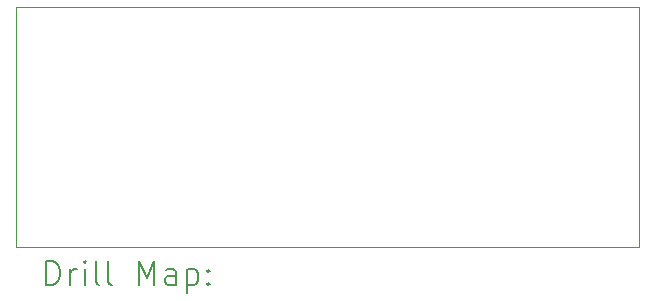
<source format=gbr>
%TF.GenerationSoftware,KiCad,Pcbnew,9.0.7*%
%TF.CreationDate,2026-01-30T12:17:08+01:00*%
%TF.ProjectId,rfiq-1,72666971-2d31-42e6-9b69-6361645f7063,1a*%
%TF.SameCoordinates,Original*%
%TF.FileFunction,Drillmap*%
%TF.FilePolarity,Positive*%
%FSLAX45Y45*%
G04 Gerber Fmt 4.5, Leading zero omitted, Abs format (unit mm)*
G04 Created by KiCad (PCBNEW 9.0.7) date 2026-01-30 12:17:08*
%MOMM*%
%LPD*%
G01*
G04 APERTURE LIST*
%ADD10C,0.100000*%
%ADD11C,0.200000*%
G04 APERTURE END LIST*
D10*
X15760000Y-8268000D02*
X21036000Y-8268000D01*
X21036000Y-10300000D01*
X15760000Y-10300000D01*
X15760000Y-8268000D01*
D11*
X16015777Y-10616484D02*
X16015777Y-10416484D01*
X16015777Y-10416484D02*
X16063396Y-10416484D01*
X16063396Y-10416484D02*
X16091967Y-10426008D01*
X16091967Y-10426008D02*
X16111015Y-10445055D01*
X16111015Y-10445055D02*
X16120539Y-10464103D01*
X16120539Y-10464103D02*
X16130062Y-10502198D01*
X16130062Y-10502198D02*
X16130062Y-10530770D01*
X16130062Y-10530770D02*
X16120539Y-10568865D01*
X16120539Y-10568865D02*
X16111015Y-10587912D01*
X16111015Y-10587912D02*
X16091967Y-10606960D01*
X16091967Y-10606960D02*
X16063396Y-10616484D01*
X16063396Y-10616484D02*
X16015777Y-10616484D01*
X16215777Y-10616484D02*
X16215777Y-10483150D01*
X16215777Y-10521246D02*
X16225301Y-10502198D01*
X16225301Y-10502198D02*
X16234824Y-10492674D01*
X16234824Y-10492674D02*
X16253872Y-10483150D01*
X16253872Y-10483150D02*
X16272920Y-10483150D01*
X16339586Y-10616484D02*
X16339586Y-10483150D01*
X16339586Y-10416484D02*
X16330062Y-10426008D01*
X16330062Y-10426008D02*
X16339586Y-10435531D01*
X16339586Y-10435531D02*
X16349110Y-10426008D01*
X16349110Y-10426008D02*
X16339586Y-10416484D01*
X16339586Y-10416484D02*
X16339586Y-10435531D01*
X16463396Y-10616484D02*
X16444348Y-10606960D01*
X16444348Y-10606960D02*
X16434824Y-10587912D01*
X16434824Y-10587912D02*
X16434824Y-10416484D01*
X16568158Y-10616484D02*
X16549110Y-10606960D01*
X16549110Y-10606960D02*
X16539586Y-10587912D01*
X16539586Y-10587912D02*
X16539586Y-10416484D01*
X16796729Y-10616484D02*
X16796729Y-10416484D01*
X16796729Y-10416484D02*
X16863396Y-10559341D01*
X16863396Y-10559341D02*
X16930063Y-10416484D01*
X16930063Y-10416484D02*
X16930063Y-10616484D01*
X17111015Y-10616484D02*
X17111015Y-10511722D01*
X17111015Y-10511722D02*
X17101491Y-10492674D01*
X17101491Y-10492674D02*
X17082444Y-10483150D01*
X17082444Y-10483150D02*
X17044348Y-10483150D01*
X17044348Y-10483150D02*
X17025301Y-10492674D01*
X17111015Y-10606960D02*
X17091967Y-10616484D01*
X17091967Y-10616484D02*
X17044348Y-10616484D01*
X17044348Y-10616484D02*
X17025301Y-10606960D01*
X17025301Y-10606960D02*
X17015777Y-10587912D01*
X17015777Y-10587912D02*
X17015777Y-10568865D01*
X17015777Y-10568865D02*
X17025301Y-10549817D01*
X17025301Y-10549817D02*
X17044348Y-10540293D01*
X17044348Y-10540293D02*
X17091967Y-10540293D01*
X17091967Y-10540293D02*
X17111015Y-10530770D01*
X17206253Y-10483150D02*
X17206253Y-10683150D01*
X17206253Y-10492674D02*
X17225301Y-10483150D01*
X17225301Y-10483150D02*
X17263396Y-10483150D01*
X17263396Y-10483150D02*
X17282444Y-10492674D01*
X17282444Y-10492674D02*
X17291967Y-10502198D01*
X17291967Y-10502198D02*
X17301491Y-10521246D01*
X17301491Y-10521246D02*
X17301491Y-10578389D01*
X17301491Y-10578389D02*
X17291967Y-10597436D01*
X17291967Y-10597436D02*
X17282444Y-10606960D01*
X17282444Y-10606960D02*
X17263396Y-10616484D01*
X17263396Y-10616484D02*
X17225301Y-10616484D01*
X17225301Y-10616484D02*
X17206253Y-10606960D01*
X17387205Y-10597436D02*
X17396729Y-10606960D01*
X17396729Y-10606960D02*
X17387205Y-10616484D01*
X17387205Y-10616484D02*
X17377682Y-10606960D01*
X17377682Y-10606960D02*
X17387205Y-10597436D01*
X17387205Y-10597436D02*
X17387205Y-10616484D01*
X17387205Y-10492674D02*
X17396729Y-10502198D01*
X17396729Y-10502198D02*
X17387205Y-10511722D01*
X17387205Y-10511722D02*
X17377682Y-10502198D01*
X17377682Y-10502198D02*
X17387205Y-10492674D01*
X17387205Y-10492674D02*
X17387205Y-10511722D01*
M02*

</source>
